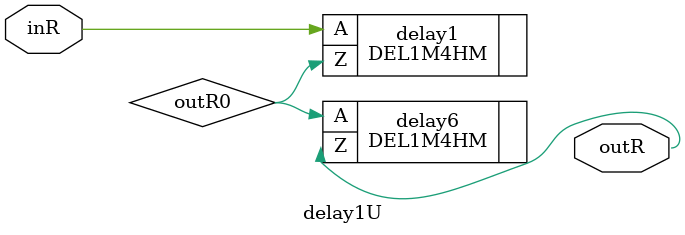
<source format=v>
`timescale 1ns / 1ps

module delay1U(inR, outR);
input inR;
output outR;

wire outR0;
DEL1M4HM delay1 ( .A(inR), .Z(outR0) );
DEL1M4HM delay6 ( .A(outR0), .Z(outR) );
endmodule

</source>
